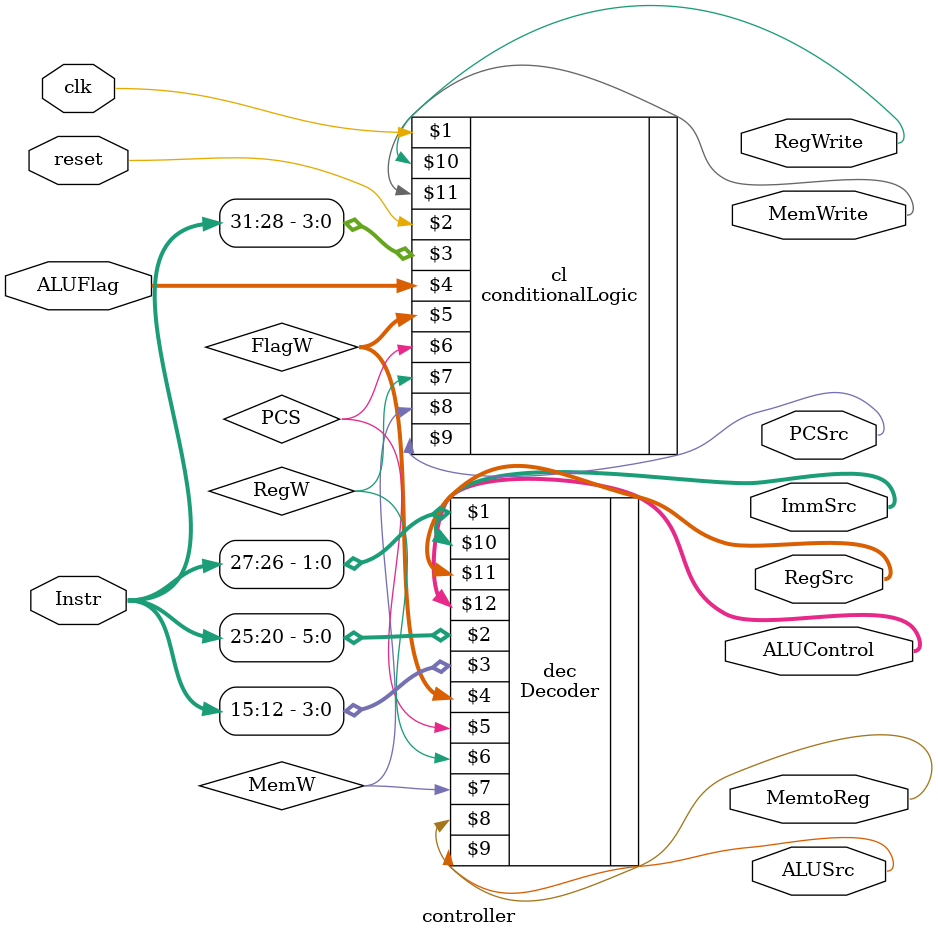
<source format=v>
`timescale 1ns / 1ps


module controller(
input clk,reset,
input [31:12] Instr,
input [3:0] ALUFlag,
output [1:0] RegSrc,
output RegWrite,
output [1:0]ImmSrc,
output  ALUSrc,
output [1:0]ALUControl,
output MemWrite,MemtoReg,
output PCSrc
    );
 //Internal Wire   
    wire [1:0] FlagW;
    wire PCS,RegW,MemW;
    
    //integrate decoder
    Decoder dec(Instr[27:26], Instr[25:20], Instr[15:12],
    FlagW,PCS,RegW,MemW,
    MemtoReg,ALUSrc,ImmSrc,RegSrc,ALUControl);
    
    //Intergrate conditional logic block
    conditionalLogic cl(clk,reset,Instr[31:28],ALUFlag,FlagW,PCS,RegW,MemW,
    PCSrc,RegWrite,MemWrite);
endmodule

</source>
